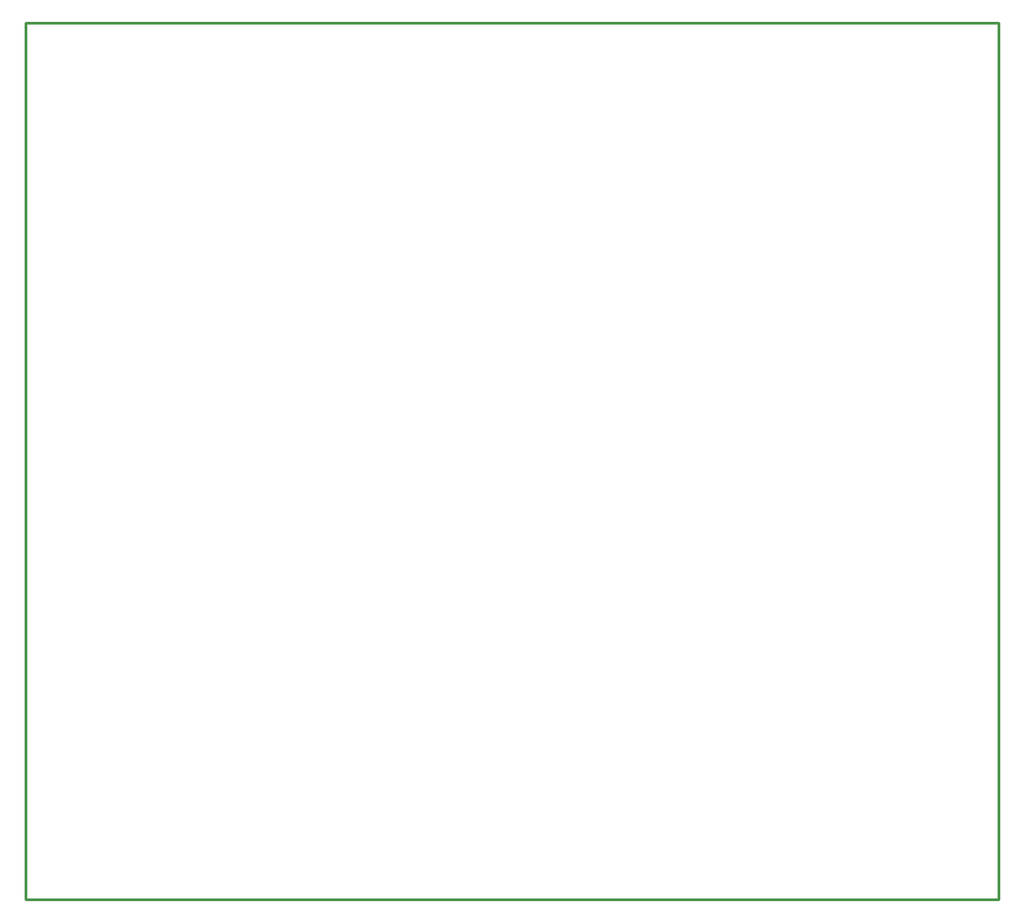
<source format=gko>
G04*
G04 #@! TF.GenerationSoftware,Altium Limited,Altium Designer,22.3.1 (43)*
G04*
G04 Layer_Color=16711935*
%FSLAX25Y25*%
%MOIN*%
G70*
G04*
G04 #@! TF.SameCoordinates,CB90502A-CAD2-466A-8923-7FAB541583EB*
G04*
G04*
G04 #@! TF.FilePolarity,Positive*
G04*
G01*
G75*
%ADD15C,0.01000*%
D15*
X2000Y322000D02*
X358000D01*
Y1000D02*
Y322000D01*
X2000Y1000D02*
X358000D01*
X2000D02*
Y322000D01*
M02*

</source>
